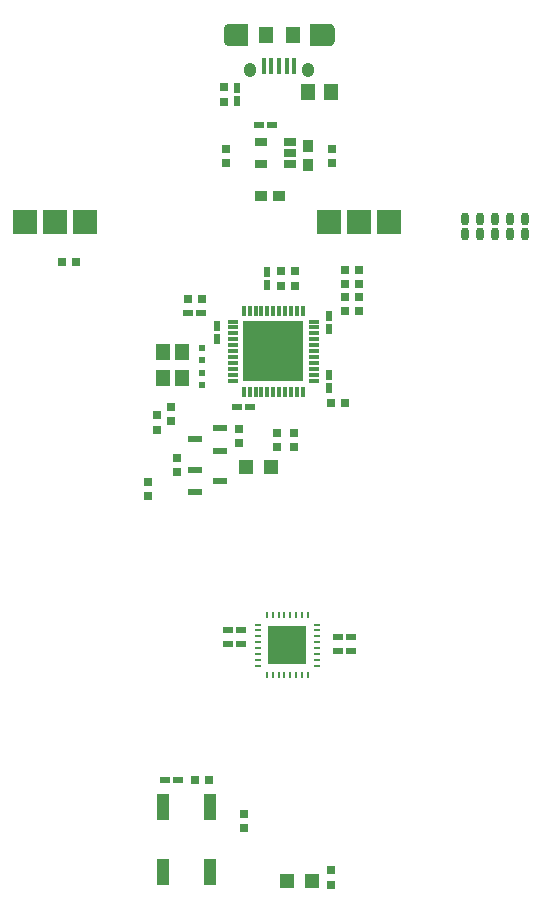
<source format=gtp>
%FSLAX43Y43*%
%MOMM*%
G71*
G01*
G75*
G04 Layer_Color=8421504*
%ADD10C,0.175*%
%ADD11C,0.200*%
%ADD12C,0.300*%
%ADD13C,0.175*%
%ADD14C,0.200*%
%ADD15C,0.300*%
%ADD16C,0.180*%
%ADD17C,0.400*%
%ADD18R,1.150X1.400*%
%ADD19R,1.000X0.950*%
%ADD20C,0.400*%
%ADD21R,0.400X1.350*%
%ADD22R,1.000X2.250*%
%ADD23R,0.300X0.850*%
%ADD24R,0.850X0.300*%
%ADD25R,5.200X5.200*%
%ADD26O,0.650X0.250*%
%ADD27O,0.250X0.650*%
%ADD28R,3.300X3.300*%
%ADD29R,1.050X0.650*%
%ADD30R,1.300X0.600*%
%ADD31R,1.200X1.200*%
%ADD32R,1.200X1.350*%
%ADD33R,0.800X0.650*%
%ADD34R,0.500X0.600*%
%ADD35R,0.950X1.000*%
%ADD36R,0.600X0.900*%
%ADD37R,0.650X0.800*%
%ADD38R,0.900X0.600*%
%ADD39C,0.150*%
%ADD40C,0.500*%
%ADD41R,0.900X0.300*%
%ADD42R,1.800X1.900*%
G04:AMPARAMS|DCode=43|XSize=1.05mm|YSize=1.25mm|CornerRadius=0.525mm|HoleSize=0mm|Usage=FLASHONLY|Rotation=180.000|XOffset=0mm|YOffset=0mm|HoleType=Round|Shape=RoundedRectangle|*
%AMROUNDEDRECTD43*
21,1,1.050,0.200,0,0,180.0*
21,1,0.000,1.250,0,0,180.0*
1,1,1.050,0.000,0.100*
1,1,1.050,0.000,0.100*
1,1,1.050,0.000,-0.100*
1,1,1.050,0.000,-0.100*
%
%ADD43ROUNDEDRECTD43*%
G04:AMPARAMS|DCode=44|XSize=2.1mm|YSize=1.9mm|CornerRadius=0.494mm|HoleSize=0mm|Usage=FLASHONLY|Rotation=180.000|XOffset=0mm|YOffset=0mm|HoleType=Round|Shape=RoundedRectangle|*
%AMROUNDEDRECTD44*
21,1,2.100,0.912,0,0,180.0*
21,1,1.112,1.900,0,0,180.0*
1,1,0.988,-0.556,0.456*
1,1,0.988,0.556,0.456*
1,1,0.988,0.556,-0.456*
1,1,0.988,-0.556,-0.456*
%
%ADD44ROUNDEDRECTD44*%
%ADD45R,1.700X1.700*%
%ADD46C,1.700*%
%ADD47R,1.700X1.700*%
%ADD48O,0.800X1.100*%
%ADD49C,1.524*%
%ADD50C,3.600*%
%ADD51C,0.550*%
%ADD52C,1.016*%
%ADD53O,1.250X1.450*%
%ADD54O,1.425X2.100*%
%ADD55C,1.600*%
G04:AMPARAMS|DCode=56|XSize=2.524mm|YSize=2.524mm|CornerRadius=0mm|HoleSize=0mm|Usage=FLASHONLY|Rotation=0.000|XOffset=0mm|YOffset=0mm|HoleType=Round|Shape=Relief|Width=0.254mm|Gap=0.254mm|Entries=4|*
%AMTHD56*
7,0,0,2.524,2.016,0.254,45*
%
%ADD56THD56*%
%ADD57C,1.250*%
G04:AMPARAMS|DCode=58|XSize=2.174mm|YSize=2.174mm|CornerRadius=0mm|HoleSize=0mm|Usage=FLASHONLY|Rotation=0.000|XOffset=0mm|YOffset=0mm|HoleType=Round|Shape=Relief|Width=0.254mm|Gap=0.254mm|Entries=4|*
%AMTHD58*
7,0,0,2.174,1.666,0.254,45*
%
%ADD58THD58*%
%ADD59C,0.850*%
%ADD60C,3.300*%
%ADD61C,0.800*%
%ADD62C,0.254*%
%ADD63C,0.250*%
%ADD64C,0.050*%
%ADD65C,0.100*%
%ADD66R,3.248X0.599*%
%ADD67R,2.100X2.100*%
%ADD68O,0.750X1.100*%
%ADD69R,1.300X1.400*%
G36*
X27400Y72425D02*
X25800D01*
X25752Y72429D01*
X25699Y72436D01*
X25646Y72451D01*
X25603Y72467D01*
X25561Y72487D01*
X25517Y72515D01*
X25479Y72544D01*
X25440Y72578D01*
X25411Y72614D01*
X25383Y72651D01*
X25359Y72692D01*
X25339Y72734D01*
X25323Y72776D01*
X25311Y72827D01*
X25304Y72872D01*
X25300Y72925D01*
Y73825D01*
X25304Y73880D01*
X25312Y73925D01*
X25324Y73975D01*
X25340Y74015D01*
X25353Y74048D01*
X25378Y74091D01*
X25404Y74128D01*
X25435Y74166D01*
X25480Y74207D01*
X25520Y74237D01*
X25566Y74266D01*
X25619Y74290D01*
X25706Y74316D01*
X25800Y74325D01*
X27400D01*
Y72425D01*
D02*
G37*
G36*
X34248Y74321D02*
X34301Y74314D01*
X34354Y74299D01*
X34397Y74283D01*
X34439Y74263D01*
X34483Y74235D01*
X34521Y74206D01*
X34560Y74172D01*
X34589Y74136D01*
X34617Y74099D01*
X34641Y74058D01*
X34661Y74016D01*
X34677Y73974D01*
X34689Y73923D01*
X34696Y73878D01*
X34700Y73825D01*
Y72925D01*
X34696Y72870D01*
X34688Y72825D01*
X34676Y72775D01*
X34660Y72735D01*
X34647Y72702D01*
X34622Y72659D01*
X34596Y72622D01*
X34565Y72584D01*
X34520Y72543D01*
X34480Y72513D01*
X34434Y72484D01*
X34381Y72460D01*
X34294Y72434D01*
X34200Y72425D01*
X32600D01*
Y74325D01*
X34200D01*
X34248Y74321D01*
D02*
G37*
D18*
X20200Y44300D02*
D03*
Y46500D02*
D03*
X21800D02*
D03*
Y44300D02*
D03*
D19*
X30030Y59714D02*
D03*
X28430D02*
D03*
D21*
X28700Y70700D02*
D03*
X29350D02*
D03*
X30000D02*
D03*
X30650D02*
D03*
X31300D02*
D03*
D22*
X20125Y2525D02*
D03*
Y8025D02*
D03*
X24125D02*
D03*
Y2525D02*
D03*
D23*
X32000Y50025D02*
D03*
X31500D02*
D03*
X30000D02*
D03*
X29500D02*
D03*
X29000D02*
D03*
X28500D02*
D03*
X27000Y43175D02*
D03*
X27500D02*
D03*
X28000D02*
D03*
X28500D02*
D03*
X29000D02*
D03*
X29500D02*
D03*
X30000D02*
D03*
X30500D02*
D03*
X31000D02*
D03*
X31500D02*
D03*
X32000D02*
D03*
X31000Y50025D02*
D03*
X30500D02*
D03*
X28000D02*
D03*
X27500D02*
D03*
X27000D02*
D03*
D24*
X26075Y49100D02*
D03*
Y48600D02*
D03*
Y48100D02*
D03*
Y47600D02*
D03*
Y47100D02*
D03*
Y46600D02*
D03*
Y46100D02*
D03*
Y45600D02*
D03*
Y45100D02*
D03*
Y44600D02*
D03*
Y44100D02*
D03*
X32925D02*
D03*
Y44600D02*
D03*
Y47100D02*
D03*
Y47600D02*
D03*
Y48100D02*
D03*
Y48600D02*
D03*
Y49100D02*
D03*
Y46600D02*
D03*
Y45600D02*
D03*
Y45100D02*
D03*
Y46100D02*
D03*
D25*
X29500Y46600D02*
D03*
D26*
X33225Y19950D02*
D03*
Y20450D02*
D03*
Y20950D02*
D03*
Y21450D02*
D03*
Y21950D02*
D03*
Y22450D02*
D03*
Y22950D02*
D03*
Y23450D02*
D03*
X28175D02*
D03*
Y22950D02*
D03*
Y22450D02*
D03*
Y21950D02*
D03*
Y21450D02*
D03*
Y20950D02*
D03*
Y20450D02*
D03*
Y19950D02*
D03*
D27*
X32450Y24225D02*
D03*
X31950D02*
D03*
X31450D02*
D03*
X30950D02*
D03*
X30450D02*
D03*
X29950D02*
D03*
X29450D02*
D03*
X28950D02*
D03*
Y19175D02*
D03*
X29450D02*
D03*
X29950D02*
D03*
X30450D02*
D03*
X30950D02*
D03*
X31450D02*
D03*
X31950D02*
D03*
X32450D02*
D03*
D28*
X30700Y21700D02*
D03*
D29*
X28468Y62431D02*
D03*
Y64337D02*
D03*
X30918D02*
D03*
Y63384D02*
D03*
Y62431D02*
D03*
D30*
X24985Y38170D02*
D03*
Y40070D02*
D03*
X22885Y39120D02*
D03*
Y36570D02*
D03*
Y34670D02*
D03*
X24985Y35620D02*
D03*
D31*
X32800Y1775D02*
D03*
X30700D02*
D03*
X29275Y36750D02*
D03*
X27175D02*
D03*
D32*
X32450Y68500D02*
D03*
X34350D02*
D03*
D33*
X11600Y54150D02*
D03*
X12800D02*
D03*
X34350Y42200D02*
D03*
X35550D02*
D03*
X22850Y10300D02*
D03*
X24050D02*
D03*
X22250Y50975D02*
D03*
X23450D02*
D03*
X35558Y51158D02*
D03*
X36758D02*
D03*
X35558Y52308D02*
D03*
X36758D02*
D03*
X35558Y53458D02*
D03*
X36758D02*
D03*
X35558Y50008D02*
D03*
X36758D02*
D03*
D34*
X23475Y46900D02*
D03*
X23475Y45850D02*
D03*
X23475Y44775D02*
D03*
X23475Y43725D02*
D03*
D35*
X32436Y63981D02*
D03*
Y62381D02*
D03*
D36*
X26458Y68876D02*
D03*
Y67776D02*
D03*
X34225Y49575D02*
D03*
Y48475D02*
D03*
X34250Y44600D02*
D03*
Y43500D02*
D03*
X28950Y52200D02*
D03*
Y53300D02*
D03*
X24775Y47600D02*
D03*
Y48700D02*
D03*
D37*
X18875Y34325D02*
D03*
Y35525D02*
D03*
X29800Y38500D02*
D03*
Y39700D02*
D03*
X31300Y38500D02*
D03*
Y39700D02*
D03*
X19625Y41150D02*
D03*
Y39950D02*
D03*
X20875Y41900D02*
D03*
Y40700D02*
D03*
X34500Y62500D02*
D03*
Y63700D02*
D03*
X31350Y53350D02*
D03*
Y52150D02*
D03*
X30200Y53350D02*
D03*
Y52150D02*
D03*
X27025Y6200D02*
D03*
Y7400D02*
D03*
X26625Y40025D02*
D03*
Y38825D02*
D03*
X21375Y36375D02*
D03*
Y37575D02*
D03*
X34417Y2632D02*
D03*
Y1432D02*
D03*
X25500Y63700D02*
D03*
Y62500D02*
D03*
X25315Y67726D02*
D03*
Y68926D02*
D03*
D38*
X20300Y10300D02*
D03*
X21400D02*
D03*
X25700Y21775D02*
D03*
X26800D02*
D03*
X23400Y49800D02*
D03*
X22300D02*
D03*
X27500Y41875D02*
D03*
X26400D02*
D03*
X35025Y21200D02*
D03*
X36125D02*
D03*
X35025Y22400D02*
D03*
X36125D02*
D03*
X26800Y22950D02*
D03*
X25700D02*
D03*
X29430Y65746D02*
D03*
X28330D02*
D03*
D43*
X32425Y70375D02*
D03*
X27575D02*
D03*
D44*
X33650Y73375D02*
D03*
X26350D02*
D03*
D67*
X8510Y57500D02*
D03*
X11050D02*
D03*
X13590D02*
D03*
X34235Y57500D02*
D03*
X36775D02*
D03*
X39315D02*
D03*
D68*
X45720Y56515D02*
D03*
Y57785D02*
D03*
X46990Y56515D02*
D03*
Y57785D02*
D03*
X48260Y56515D02*
D03*
Y57785D02*
D03*
X49530Y56515D02*
D03*
Y57785D02*
D03*
X50800Y56515D02*
D03*
Y57785D02*
D03*
D69*
X31150Y73375D02*
D03*
X28850D02*
D03*
M02*

</source>
